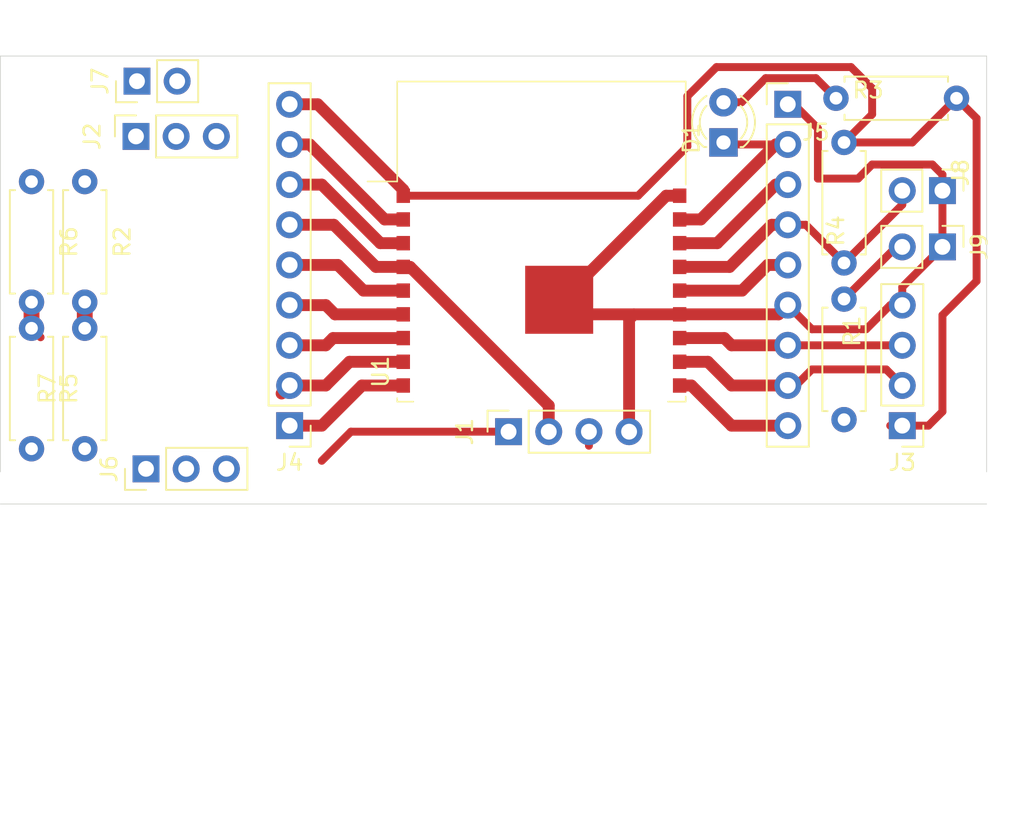
<source format=kicad_pcb>
(kicad_pcb (version 20171130) (host pcbnew "(5.1.6)-1")

  (general
    (thickness 1.6)
    (drawings 5)
    (tracks 123)
    (zones 0)
    (modules 18)
    (nets 21)
  )

  (page A4)
  (layers
    (0 F.Cu signal)
    (31 B.Cu signal)
    (32 B.Adhes user)
    (33 F.Adhes user)
    (34 B.Paste user hide)
    (35 F.Paste user)
    (36 B.SilkS user)
    (37 F.SilkS user hide)
    (38 B.Mask user)
    (39 F.Mask user)
    (40 Dwgs.User user)
    (41 Cmts.User user)
    (42 Eco1.User user)
    (43 Eco2.User user)
    (44 Edge.Cuts user)
    (45 Margin user)
    (46 B.CrtYd user)
    (47 F.CrtYd user)
    (48 B.Fab user)
    (49 F.Fab user)
  )

  (setup
    (last_trace_width 0.5)
    (user_trace_width 0.5)
    (user_trace_width 0.75)
    (user_trace_width 1)
    (user_trace_width 1.5)
    (user_trace_width 2)
    (trace_clearance 0.2)
    (zone_clearance 0.508)
    (zone_45_only no)
    (trace_min 0.2)
    (via_size 0.8)
    (via_drill 0.4)
    (via_min_size 0.4)
    (via_min_drill 0.3)
    (uvia_size 0.3)
    (uvia_drill 0.1)
    (uvias_allowed no)
    (uvia_min_size 0.2)
    (uvia_min_drill 0.1)
    (edge_width 0.05)
    (segment_width 0.2)
    (pcb_text_width 0.3)
    (pcb_text_size 1.5 1.5)
    (mod_edge_width 0.12)
    (mod_text_size 1 1)
    (mod_text_width 0.15)
    (pad_size 1.524 1.524)
    (pad_drill 0.762)
    (pad_to_mask_clearance 0.05)
    (aux_axis_origin 0 0)
    (visible_elements 7FFFFFFF)
    (pcbplotparams
      (layerselection 0x010fc_ffffffff)
      (usegerberextensions false)
      (usegerberattributes true)
      (usegerberadvancedattributes true)
      (creategerberjobfile true)
      (excludeedgelayer true)
      (linewidth 0.100000)
      (plotframeref false)
      (viasonmask false)
      (mode 1)
      (useauxorigin false)
      (hpglpennumber 1)
      (hpglpenspeed 20)
      (hpglpendiameter 15.000000)
      (psnegative false)
      (psa4output false)
      (plotreference true)
      (plotvalue true)
      (plotinvisibletext false)
      (padsonsilk false)
      (subtractmaskfromsilk false)
      (outputformat 1)
      (mirror false)
      (drillshape 1)
      (scaleselection 1)
      (outputdirectory ""))
  )

  (net 0 "")
  (net 1 "Net-(D1-Pad2)")
  (net 2 GND)
  (net 3 +3V3)
  (net 4 "Net-(J1-Pad3)")
  (net 5 EN)
  (net 6 txd)
  (net 7 RST)
  (net 8 IO4)
  (net 9 rxd)
  (net 10 IO16)
  (net 11 +5V)
  (net 12 IO12)
  (net 13 IO15)
  (net 14 IO0)
  (net 15 IO14)
  (net 16 IO13)
  (net 17 IO2)
  (net 18 IO5)
  (net 19 TOUT)
  (net 20 "Net-(J9-Pad2)")

  (net_class Default "This is the default net class."
    (clearance 0.2)
    (trace_width 0.25)
    (via_dia 0.8)
    (via_drill 0.4)
    (uvia_dia 0.3)
    (uvia_drill 0.1)
    (add_net +3V3)
    (add_net +5V)
    (add_net EN)
    (add_net GND)
    (add_net IO0)
    (add_net IO12)
    (add_net IO13)
    (add_net IO14)
    (add_net IO15)
    (add_net IO16)
    (add_net IO2)
    (add_net IO4)
    (add_net IO5)
    (add_net "Net-(D1-Pad2)")
    (add_net "Net-(J1-Pad3)")
    (add_net "Net-(J9-Pad2)")
    (add_net RST)
    (add_net TOUT)
    (add_net rxd)
    (add_net txd)
  )

  (module Connector_PinHeader_2.54mm:PinHeader_1x02_P2.54mm_Vertical (layer F.Cu) (tedit 59FED5CC) (tstamp 603AD46E)
    (at 160.528 92.583 270)
    (descr "Through hole straight pin header, 1x02, 2.54mm pitch, single row")
    (tags "Through hole pin header THT 1x02 2.54mm single row")
    (path /603AEBF6)
    (fp_text reference J9 (at 0 -2.33 90) (layer F.SilkS)
      (effects (font (size 1 1) (thickness 0.15)))
    )
    (fp_text value PRG (at 0.127 -3.556) (layer F.Fab)
      (effects (font (size 1 1) (thickness 0.15)))
    )
    (fp_text user %R (at 0 1.27) (layer F.Fab)
      (effects (font (size 1 1) (thickness 0.15)))
    )
    (fp_line (start -0.635 -1.27) (end 1.27 -1.27) (layer F.Fab) (width 0.1))
    (fp_line (start 1.27 -1.27) (end 1.27 3.81) (layer F.Fab) (width 0.1))
    (fp_line (start 1.27 3.81) (end -1.27 3.81) (layer F.Fab) (width 0.1))
    (fp_line (start -1.27 3.81) (end -1.27 -0.635) (layer F.Fab) (width 0.1))
    (fp_line (start -1.27 -0.635) (end -0.635 -1.27) (layer F.Fab) (width 0.1))
    (fp_line (start -1.33 3.87) (end 1.33 3.87) (layer F.SilkS) (width 0.12))
    (fp_line (start -1.33 1.27) (end -1.33 3.87) (layer F.SilkS) (width 0.12))
    (fp_line (start 1.33 1.27) (end 1.33 3.87) (layer F.SilkS) (width 0.12))
    (fp_line (start -1.33 1.27) (end 1.33 1.27) (layer F.SilkS) (width 0.12))
    (fp_line (start -1.33 0) (end -1.33 -1.33) (layer F.SilkS) (width 0.12))
    (fp_line (start -1.33 -1.33) (end 0 -1.33) (layer F.SilkS) (width 0.12))
    (fp_line (start -1.8 -1.8) (end -1.8 4.35) (layer F.CrtYd) (width 0.05))
    (fp_line (start -1.8 4.35) (end 1.8 4.35) (layer F.CrtYd) (width 0.05))
    (fp_line (start 1.8 4.35) (end 1.8 -1.8) (layer F.CrtYd) (width 0.05))
    (fp_line (start 1.8 -1.8) (end -1.8 -1.8) (layer F.CrtYd) (width 0.05))
    (pad 2 thru_hole oval (at 0 2.54 270) (size 1.7 1.7) (drill 1) (layers *.Cu *.Mask)
      (net 20 "Net-(J9-Pad2)"))
    (pad 1 thru_hole rect (at 0 0 270) (size 1.7 1.7) (drill 1) (layers *.Cu *.Mask)
      (net 2 GND))
    (model ${KISYS3DMOD}/Connector_PinHeader_2.54mm.3dshapes/PinHeader_1x02_P2.54mm_Vertical.wrl
      (at (xyz 0 0 0))
      (scale (xyz 1 1 1))
      (rotate (xyz 0 0 0))
    )
  )

  (module Connector_PinHeader_2.54mm:PinHeader_1x02_P2.54mm_Vertical (layer F.Cu) (tedit 59FED5CC) (tstamp 603AD458)
    (at 160.528 89.027 270)
    (descr "Through hole straight pin header, 1x02, 2.54mm pitch, single row")
    (tags "Through hole pin header THT 1x02 2.54mm single row")
    (path /603ADA70)
    (fp_text reference J8 (at -1.143 -1.143 90) (layer F.SilkS)
      (effects (font (size 1 1) (thickness 0.15)))
    )
    (fp_text value RST (at 0.508 -3.429) (layer F.Fab)
      (effects (font (size 1 1) (thickness 0.15)))
    )
    (fp_text user %R (at 0 1.27) (layer F.Fab)
      (effects (font (size 1 1) (thickness 0.15)))
    )
    (fp_line (start -0.635 -1.27) (end 1.27 -1.27) (layer F.Fab) (width 0.1))
    (fp_line (start 1.27 -1.27) (end 1.27 3.81) (layer F.Fab) (width 0.1))
    (fp_line (start 1.27 3.81) (end -1.27 3.81) (layer F.Fab) (width 0.1))
    (fp_line (start -1.27 3.81) (end -1.27 -0.635) (layer F.Fab) (width 0.1))
    (fp_line (start -1.27 -0.635) (end -0.635 -1.27) (layer F.Fab) (width 0.1))
    (fp_line (start -1.33 3.87) (end 1.33 3.87) (layer F.SilkS) (width 0.12))
    (fp_line (start -1.33 1.27) (end -1.33 3.87) (layer F.SilkS) (width 0.12))
    (fp_line (start 1.33 1.27) (end 1.33 3.87) (layer F.SilkS) (width 0.12))
    (fp_line (start -1.33 1.27) (end 1.33 1.27) (layer F.SilkS) (width 0.12))
    (fp_line (start -1.33 0) (end -1.33 -1.33) (layer F.SilkS) (width 0.12))
    (fp_line (start -1.33 -1.33) (end 0 -1.33) (layer F.SilkS) (width 0.12))
    (fp_line (start -1.8 -1.8) (end -1.8 4.35) (layer F.CrtYd) (width 0.05))
    (fp_line (start -1.8 4.35) (end 1.8 4.35) (layer F.CrtYd) (width 0.05))
    (fp_line (start 1.8 4.35) (end 1.8 -1.8) (layer F.CrtYd) (width 0.05))
    (fp_line (start 1.8 -1.8) (end -1.8 -1.8) (layer F.CrtYd) (width 0.05))
    (pad 2 thru_hole oval (at 0 2.54 270) (size 1.7 1.7) (drill 1) (layers *.Cu *.Mask)
      (net 7 RST))
    (pad 1 thru_hole rect (at 0 0 270) (size 1.7 1.7) (drill 1) (layers *.Cu *.Mask)
      (net 2 GND))
    (model ${KISYS3DMOD}/Connector_PinHeader_2.54mm.3dshapes/PinHeader_1x02_P2.54mm_Vertical.wrl
      (at (xyz 0 0 0))
      (scale (xyz 1 1 1))
      (rotate (xyz 0 0 0))
    )
  )

  (module LED_THT:LED_D3.0mm (layer F.Cu) (tedit 587A3A7B) (tstamp 60392FD9)
    (at 146.685 85.979 90)
    (descr "LED, diameter 3.0mm, 2 pins")
    (tags "LED diameter 3.0mm 2 pins")
    (path /603923D3)
    (fp_text reference D1 (at 0.254 -2.032 90) (layer F.SilkS)
      (effects (font (size 1 1) (thickness 0.15)))
    )
    (fp_text value LED (at 1.778 -3.302 90) (layer F.Fab)
      (effects (font (size 1 1) (thickness 0.15)))
    )
    (fp_line (start 3.7 -2.25) (end -1.15 -2.25) (layer F.CrtYd) (width 0.05))
    (fp_line (start 3.7 2.25) (end 3.7 -2.25) (layer F.CrtYd) (width 0.05))
    (fp_line (start -1.15 2.25) (end 3.7 2.25) (layer F.CrtYd) (width 0.05))
    (fp_line (start -1.15 -2.25) (end -1.15 2.25) (layer F.CrtYd) (width 0.05))
    (fp_line (start -0.29 1.08) (end -0.29 1.236) (layer F.SilkS) (width 0.12))
    (fp_line (start -0.29 -1.236) (end -0.29 -1.08) (layer F.SilkS) (width 0.12))
    (fp_line (start -0.23 -1.16619) (end -0.23 1.16619) (layer F.Fab) (width 0.1))
    (fp_circle (center 1.27 0) (end 2.77 0) (layer F.Fab) (width 0.1))
    (fp_arc (start 1.27 0) (end 0.229039 1.08) (angle -87.9) (layer F.SilkS) (width 0.12))
    (fp_arc (start 1.27 0) (end 0.229039 -1.08) (angle 87.9) (layer F.SilkS) (width 0.12))
    (fp_arc (start 1.27 0) (end -0.29 1.235516) (angle -108.8) (layer F.SilkS) (width 0.12))
    (fp_arc (start 1.27 0) (end -0.29 -1.235516) (angle 108.8) (layer F.SilkS) (width 0.12))
    (fp_arc (start 1.27 0) (end -0.23 -1.16619) (angle 284.3) (layer F.Fab) (width 0.1))
    (pad 2 thru_hole circle (at 2.54 0 90) (size 1.8 1.8) (drill 0.9) (layers *.Cu *.Mask)
      (net 1 "Net-(D1-Pad2)"))
    (pad 1 thru_hole rect (at 0 0 90) (size 1.8 1.8) (drill 0.9) (layers *.Cu *.Mask)
      (net 10 IO16))
    (model ${KISYS3DMOD}/LED_THT.3dshapes/LED_D3.0mm.wrl
      (at (xyz 0 0 0))
      (scale (xyz 1 1 1))
      (rotate (xyz 0 0 0))
    )
  )

  (module Resistor_THT:R_Axial_DIN0207_L6.3mm_D2.5mm_P7.62mm_Horizontal (layer F.Cu) (tedit 5AE5139B) (tstamp 603A05C7)
    (at 106.299 105.3465 90)
    (descr "Resistor, Axial_DIN0207 series, Axial, Horizontal, pin pitch=7.62mm, 0.25W = 1/4W, length*diameter=6.3*2.5mm^2, http://cdn-reichelt.de/documents/datenblatt/B400/1_4W%23YAG.pdf")
    (tags "Resistor Axial_DIN0207 series Axial Horizontal pin pitch 7.62mm 0.25W = 1/4W length 6.3mm diameter 2.5mm")
    (path /603D8D27)
    (fp_text reference R7 (at 3.81 -2.37 90) (layer F.SilkS)
      (effects (font (size 1 1) (thickness 0.15)))
    )
    (fp_text value 10K (at 5.588 0.762 90) (layer F.Fab)
      (effects (font (size 1 1) (thickness 0.15)))
    )
    (fp_line (start 8.67 -1.5) (end -1.05 -1.5) (layer F.CrtYd) (width 0.05))
    (fp_line (start 8.67 1.5) (end 8.67 -1.5) (layer F.CrtYd) (width 0.05))
    (fp_line (start -1.05 1.5) (end 8.67 1.5) (layer F.CrtYd) (width 0.05))
    (fp_line (start -1.05 -1.5) (end -1.05 1.5) (layer F.CrtYd) (width 0.05))
    (fp_line (start 7.08 1.37) (end 7.08 1.04) (layer F.SilkS) (width 0.12))
    (fp_line (start 0.54 1.37) (end 7.08 1.37) (layer F.SilkS) (width 0.12))
    (fp_line (start 0.54 1.04) (end 0.54 1.37) (layer F.SilkS) (width 0.12))
    (fp_line (start 7.08 -1.37) (end 7.08 -1.04) (layer F.SilkS) (width 0.12))
    (fp_line (start 0.54 -1.37) (end 7.08 -1.37) (layer F.SilkS) (width 0.12))
    (fp_line (start 0.54 -1.04) (end 0.54 -1.37) (layer F.SilkS) (width 0.12))
    (fp_line (start 7.62 0) (end 6.96 0) (layer F.Fab) (width 0.1))
    (fp_line (start 0 0) (end 0.66 0) (layer F.Fab) (width 0.1))
    (fp_line (start 6.96 -1.25) (end 0.66 -1.25) (layer F.Fab) (width 0.1))
    (fp_line (start 6.96 1.25) (end 6.96 -1.25) (layer F.Fab) (width 0.1))
    (fp_line (start 0.66 1.25) (end 6.96 1.25) (layer F.Fab) (width 0.1))
    (fp_line (start 0.66 -1.25) (end 0.66 1.25) (layer F.Fab) (width 0.1))
    (fp_text user %R (at 2.667 -0.127 90) (layer F.Fab)
      (effects (font (size 1 1) (thickness 0.15)))
    )
    (pad 2 thru_hole oval (at 7.62 0 90) (size 1.6 1.6) (drill 0.8) (layers *.Cu *.Mask)
      (net 3 +3V3))
    (pad 1 thru_hole circle (at 0 0 90) (size 1.6 1.6) (drill 0.8) (layers *.Cu *.Mask)
      (net 14 IO0))
    (model ${KISYS3DMOD}/Resistor_THT.3dshapes/R_Axial_DIN0207_L6.3mm_D2.5mm_P7.62mm_Horizontal.wrl
      (at (xyz 0 0 0))
      (scale (xyz 1 1 1))
      (rotate (xyz 0 0 0))
    )
  )

  (module Resistor_THT:R_Axial_DIN0207_L6.3mm_D2.5mm_P7.62mm_Horizontal (layer F.Cu) (tedit 5AE5139B) (tstamp 6039A3AC)
    (at 102.9335 88.4555 270)
    (descr "Resistor, Axial_DIN0207 series, Axial, Horizontal, pin pitch=7.62mm, 0.25W = 1/4W, length*diameter=6.3*2.5mm^2, http://cdn-reichelt.de/documents/datenblatt/B400/1_4W%23YAG.pdf")
    (tags "Resistor Axial_DIN0207 series Axial Horizontal pin pitch 7.62mm 0.25W = 1/4W length 6.3mm diameter 2.5mm")
    (path /603F9949)
    (fp_text reference R6 (at 3.81 -2.37 90) (layer F.SilkS)
      (effects (font (size 1 1) (thickness 0.15)))
    )
    (fp_text value 2k2 (at 2.794 0.381 90) (layer F.Fab)
      (effects (font (size 1 1) (thickness 0.15)))
    )
    (fp_line (start 8.67 -1.5) (end -1.05 -1.5) (layer F.CrtYd) (width 0.05))
    (fp_line (start 8.67 1.5) (end 8.67 -1.5) (layer F.CrtYd) (width 0.05))
    (fp_line (start -1.05 1.5) (end 8.67 1.5) (layer F.CrtYd) (width 0.05))
    (fp_line (start -1.05 -1.5) (end -1.05 1.5) (layer F.CrtYd) (width 0.05))
    (fp_line (start 7.08 1.37) (end 7.08 1.04) (layer F.SilkS) (width 0.12))
    (fp_line (start 0.54 1.37) (end 7.08 1.37) (layer F.SilkS) (width 0.12))
    (fp_line (start 0.54 1.04) (end 0.54 1.37) (layer F.SilkS) (width 0.12))
    (fp_line (start 7.08 -1.37) (end 7.08 -1.04) (layer F.SilkS) (width 0.12))
    (fp_line (start 0.54 -1.37) (end 7.08 -1.37) (layer F.SilkS) (width 0.12))
    (fp_line (start 0.54 -1.04) (end 0.54 -1.37) (layer F.SilkS) (width 0.12))
    (fp_line (start 7.62 0) (end 6.96 0) (layer F.Fab) (width 0.1))
    (fp_line (start 0 0) (end 0.66 0) (layer F.Fab) (width 0.1))
    (fp_line (start 6.96 -1.25) (end 0.66 -1.25) (layer F.Fab) (width 0.1))
    (fp_line (start 6.96 1.25) (end 6.96 -1.25) (layer F.Fab) (width 0.1))
    (fp_line (start 0.66 1.25) (end 6.96 1.25) (layer F.Fab) (width 0.1))
    (fp_line (start 0.66 -1.25) (end 0.66 1.25) (layer F.Fab) (width 0.1))
    (fp_text user %R (at 5.334 0.381 90) (layer F.Fab)
      (effects (font (size 1 1) (thickness 0.15)))
    )
    (pad 2 thru_hole oval (at 7.62 0 270) (size 1.6 1.6) (drill 0.8) (layers *.Cu *.Mask)
      (net 16 IO13))
    (pad 1 thru_hole circle (at 0 0 270) (size 1.6 1.6) (drill 0.8) (layers *.Cu *.Mask)
      (net 2 GND))
    (model ${KISYS3DMOD}/Resistor_THT.3dshapes/R_Axial_DIN0207_L6.3mm_D2.5mm_P7.62mm_Horizontal.wrl
      (at (xyz 0 0 0))
      (scale (xyz 1 1 1))
      (rotate (xyz 0 0 0))
    )
  )

  (module Resistor_THT:R_Axial_DIN0207_L6.3mm_D2.5mm_P7.62mm_Horizontal (layer F.Cu) (tedit 5AE5139B) (tstamp 60399773)
    (at 102.9335 97.7265 270)
    (descr "Resistor, Axial_DIN0207 series, Axial, Horizontal, pin pitch=7.62mm, 0.25W = 1/4W, length*diameter=6.3*2.5mm^2, http://cdn-reichelt.de/documents/datenblatt/B400/1_4W%23YAG.pdf")
    (tags "Resistor Axial_DIN0207 series Axial Horizontal pin pitch 7.62mm 0.25W = 1/4W length 6.3mm diameter 2.5mm")
    (path /603A41EB)
    (fp_text reference R5 (at 3.81 -2.37 90) (layer F.SilkS)
      (effects (font (size 1 1) (thickness 0.15)))
    )
    (fp_text value 1k2 (at 2.667 0.508 90) (layer F.Fab)
      (effects (font (size 1 1) (thickness 0.15)))
    )
    (fp_line (start 8.67 -1.5) (end -1.05 -1.5) (layer F.CrtYd) (width 0.05))
    (fp_line (start 8.67 1.5) (end 8.67 -1.5) (layer F.CrtYd) (width 0.05))
    (fp_line (start -1.05 1.5) (end 8.67 1.5) (layer F.CrtYd) (width 0.05))
    (fp_line (start -1.05 -1.5) (end -1.05 1.5) (layer F.CrtYd) (width 0.05))
    (fp_line (start 7.08 1.37) (end 7.08 1.04) (layer F.SilkS) (width 0.12))
    (fp_line (start 0.54 1.37) (end 7.08 1.37) (layer F.SilkS) (width 0.12))
    (fp_line (start 0.54 1.04) (end 0.54 1.37) (layer F.SilkS) (width 0.12))
    (fp_line (start 7.08 -1.37) (end 7.08 -1.04) (layer F.SilkS) (width 0.12))
    (fp_line (start 0.54 -1.37) (end 7.08 -1.37) (layer F.SilkS) (width 0.12))
    (fp_line (start 0.54 -1.04) (end 0.54 -1.37) (layer F.SilkS) (width 0.12))
    (fp_line (start 7.62 0) (end 6.96 0) (layer F.Fab) (width 0.1))
    (fp_line (start 0 0) (end 0.66 0) (layer F.Fab) (width 0.1))
    (fp_line (start 6.96 -1.25) (end 0.66 -1.25) (layer F.Fab) (width 0.1))
    (fp_line (start 6.96 1.25) (end 6.96 -1.25) (layer F.Fab) (width 0.1))
    (fp_line (start 0.66 1.25) (end 6.96 1.25) (layer F.Fab) (width 0.1))
    (fp_line (start 0.66 -1.25) (end 0.66 1.25) (layer F.Fab) (width 0.1))
    (fp_text user %R (at 5.588 0.508 90) (layer F.Fab)
      (effects (font (size 1 1) (thickness 0.15)))
    )
    (pad 2 thru_hole oval (at 7.62 0 270) (size 1.6 1.6) (drill 0.8) (layers *.Cu *.Mask)
      (net 4 "Net-(J1-Pad3)"))
    (pad 1 thru_hole circle (at 0 0 270) (size 1.6 1.6) (drill 0.8) (layers *.Cu *.Mask)
      (net 16 IO13))
    (model ${KISYS3DMOD}/Resistor_THT.3dshapes/R_Axial_DIN0207_L6.3mm_D2.5mm_P7.62mm_Horizontal.wrl
      (at (xyz 0 0 0))
      (scale (xyz 1 1 1))
      (rotate (xyz 0 0 0))
    )
  )

  (module Resistor_THT:R_Axial_DIN0207_L6.3mm_D2.5mm_P7.62mm_Horizontal (layer F.Cu) (tedit 5AE5139B) (tstamp 6039DBC8)
    (at 154.305 93.599 90)
    (descr "Resistor, Axial_DIN0207 series, Axial, Horizontal, pin pitch=7.62mm, 0.25W = 1/4W, length*diameter=6.3*2.5mm^2, http://cdn-reichelt.de/documents/datenblatt/B400/1_4W%23YAG.pdf")
    (tags "Resistor Axial_DIN0207 series Axial Horizontal pin pitch 7.62mm 0.25W = 1/4W length 6.3mm diameter 2.5mm")
    (path /60395716)
    (fp_text reference R4 (at 2.032 -0.508 90) (layer F.SilkS)
      (effects (font (size 1 1) (thickness 0.15)))
    )
    (fp_text value 10K (at 5.842 -0.762 90) (layer F.Fab)
      (effects (font (size 1 1) (thickness 0.15)))
    )
    (fp_line (start 8.67 -1.5) (end -1.05 -1.5) (layer F.CrtYd) (width 0.05))
    (fp_line (start 8.67 1.5) (end 8.67 -1.5) (layer F.CrtYd) (width 0.05))
    (fp_line (start -1.05 1.5) (end 8.67 1.5) (layer F.CrtYd) (width 0.05))
    (fp_line (start -1.05 -1.5) (end -1.05 1.5) (layer F.CrtYd) (width 0.05))
    (fp_line (start 7.08 1.37) (end 7.08 1.04) (layer F.SilkS) (width 0.12))
    (fp_line (start 0.54 1.37) (end 7.08 1.37) (layer F.SilkS) (width 0.12))
    (fp_line (start 0.54 1.04) (end 0.54 1.37) (layer F.SilkS) (width 0.12))
    (fp_line (start 7.08 -1.37) (end 7.08 -1.04) (layer F.SilkS) (width 0.12))
    (fp_line (start 0.54 -1.37) (end 7.08 -1.37) (layer F.SilkS) (width 0.12))
    (fp_line (start 0.54 -1.04) (end 0.54 -1.37) (layer F.SilkS) (width 0.12))
    (fp_line (start 7.62 0) (end 6.96 0) (layer F.Fab) (width 0.1))
    (fp_line (start 0 0) (end 0.66 0) (layer F.Fab) (width 0.1))
    (fp_line (start 6.96 -1.25) (end 0.66 -1.25) (layer F.Fab) (width 0.1))
    (fp_line (start 6.96 1.25) (end 6.96 -1.25) (layer F.Fab) (width 0.1))
    (fp_line (start 0.66 1.25) (end 6.96 1.25) (layer F.Fab) (width 0.1))
    (fp_line (start 0.66 -1.25) (end 0.66 1.25) (layer F.Fab) (width 0.1))
    (fp_text user %R (at 3.81 0 90) (layer F.Fab)
      (effects (font (size 1 1) (thickness 0.15)))
    )
    (pad 2 thru_hole oval (at 7.62 0 90) (size 1.6 1.6) (drill 0.8) (layers *.Cu *.Mask)
      (net 3 +3V3))
    (pad 1 thru_hole circle (at 0 0 90) (size 1.6 1.6) (drill 0.8) (layers *.Cu *.Mask)
      (net 7 RST))
    (model ${KISYS3DMOD}/Resistor_THT.3dshapes/R_Axial_DIN0207_L6.3mm_D2.5mm_P7.62mm_Horizontal.wrl
      (at (xyz 0 0 0))
      (scale (xyz 1 1 1))
      (rotate (xyz 0 0 0))
    )
  )

  (module Resistor_THT:R_Axial_DIN0207_L6.3mm_D2.5mm_P7.62mm_Horizontal (layer F.Cu) (tedit 5AE5139B) (tstamp 60393031)
    (at 153.797 83.185)
    (descr "Resistor, Axial_DIN0207 series, Axial, Horizontal, pin pitch=7.62mm, 0.25W = 1/4W, length*diameter=6.3*2.5mm^2, http://cdn-reichelt.de/documents/datenblatt/B400/1_4W%23YAG.pdf")
    (tags "Resistor Axial_DIN0207 series Axial Horizontal pin pitch 7.62mm 0.25W = 1/4W length 6.3mm diameter 2.5mm")
    (path /60393F1E)
    (fp_text reference R3 (at 2.032 -0.508) (layer F.SilkS)
      (effects (font (size 1 1) (thickness 0.15)))
    )
    (fp_text value 1K (at 5.842 0) (layer F.Fab)
      (effects (font (size 1 1) (thickness 0.15)))
    )
    (fp_line (start 8.67 -1.5) (end -1.05 -1.5) (layer F.CrtYd) (width 0.05))
    (fp_line (start 8.67 1.5) (end 8.67 -1.5) (layer F.CrtYd) (width 0.05))
    (fp_line (start -1.05 1.5) (end 8.67 1.5) (layer F.CrtYd) (width 0.05))
    (fp_line (start -1.05 -1.5) (end -1.05 1.5) (layer F.CrtYd) (width 0.05))
    (fp_line (start 7.08 1.37) (end 7.08 1.04) (layer F.SilkS) (width 0.12))
    (fp_line (start 0.54 1.37) (end 7.08 1.37) (layer F.SilkS) (width 0.12))
    (fp_line (start 0.54 1.04) (end 0.54 1.37) (layer F.SilkS) (width 0.12))
    (fp_line (start 7.08 -1.37) (end 7.08 -1.04) (layer F.SilkS) (width 0.12))
    (fp_line (start 0.54 -1.37) (end 7.08 -1.37) (layer F.SilkS) (width 0.12))
    (fp_line (start 0.54 -1.04) (end 0.54 -1.37) (layer F.SilkS) (width 0.12))
    (fp_line (start 7.62 0) (end 6.96 0) (layer F.Fab) (width 0.1))
    (fp_line (start 0 0) (end 0.66 0) (layer F.Fab) (width 0.1))
    (fp_line (start 6.96 -1.25) (end 0.66 -1.25) (layer F.Fab) (width 0.1))
    (fp_line (start 6.96 1.25) (end 6.96 -1.25) (layer F.Fab) (width 0.1))
    (fp_line (start 0.66 1.25) (end 6.96 1.25) (layer F.Fab) (width 0.1))
    (fp_line (start 0.66 -1.25) (end 0.66 1.25) (layer F.Fab) (width 0.1))
    (fp_text user %R (at 3.81 0) (layer F.Fab)
      (effects (font (size 1 1) (thickness 0.15)))
    )
    (pad 2 thru_hole oval (at 7.62 0) (size 1.6 1.6) (drill 0.8) (layers *.Cu *.Mask)
      (net 3 +3V3))
    (pad 1 thru_hole circle (at 0 0) (size 1.6 1.6) (drill 0.8) (layers *.Cu *.Mask)
      (net 1 "Net-(D1-Pad2)"))
    (model ${KISYS3DMOD}/Resistor_THT.3dshapes/R_Axial_DIN0207_L6.3mm_D2.5mm_P7.62mm_Horizontal.wrl
      (at (xyz 0 0 0))
      (scale (xyz 1 1 1))
      (rotate (xyz 0 0 0))
    )
  )

  (module Resistor_THT:R_Axial_DIN0207_L6.3mm_D2.5mm_P7.62mm_Horizontal (layer F.Cu) (tedit 5AE5139B) (tstamp 6039301A)
    (at 106.299 88.4555 270)
    (descr "Resistor, Axial_DIN0207 series, Axial, Horizontal, pin pitch=7.62mm, 0.25W = 1/4W, length*diameter=6.3*2.5mm^2, http://cdn-reichelt.de/documents/datenblatt/B400/1_4W%23YAG.pdf")
    (tags "Resistor Axial_DIN0207 series Axial Horizontal pin pitch 7.62mm 0.25W = 1/4W length 6.3mm diameter 2.5mm")
    (path /60395580)
    (fp_text reference R2 (at 3.81 -2.37 90) (layer F.SilkS)
      (effects (font (size 1 1) (thickness 0.15)))
    )
    (fp_text value 10K (at 2.413 0.127 90) (layer F.Fab)
      (effects (font (size 1 1) (thickness 0.15)))
    )
    (fp_line (start 8.67 -1.5) (end -1.05 -1.5) (layer F.CrtYd) (width 0.05))
    (fp_line (start 8.67 1.5) (end 8.67 -1.5) (layer F.CrtYd) (width 0.05))
    (fp_line (start -1.05 1.5) (end 8.67 1.5) (layer F.CrtYd) (width 0.05))
    (fp_line (start -1.05 -1.5) (end -1.05 1.5) (layer F.CrtYd) (width 0.05))
    (fp_line (start 7.08 1.37) (end 7.08 1.04) (layer F.SilkS) (width 0.12))
    (fp_line (start 0.54 1.37) (end 7.08 1.37) (layer F.SilkS) (width 0.12))
    (fp_line (start 0.54 1.04) (end 0.54 1.37) (layer F.SilkS) (width 0.12))
    (fp_line (start 7.08 -1.37) (end 7.08 -1.04) (layer F.SilkS) (width 0.12))
    (fp_line (start 0.54 -1.37) (end 7.08 -1.37) (layer F.SilkS) (width 0.12))
    (fp_line (start 0.54 -1.04) (end 0.54 -1.37) (layer F.SilkS) (width 0.12))
    (fp_line (start 7.62 0) (end 6.96 0) (layer F.Fab) (width 0.1))
    (fp_line (start 0 0) (end 0.66 0) (layer F.Fab) (width 0.1))
    (fp_line (start 6.96 -1.25) (end 0.66 -1.25) (layer F.Fab) (width 0.1))
    (fp_line (start 6.96 1.25) (end 6.96 -1.25) (layer F.Fab) (width 0.1))
    (fp_line (start 0.66 1.25) (end 6.96 1.25) (layer F.Fab) (width 0.1))
    (fp_line (start 0.66 -1.25) (end 0.66 1.25) (layer F.Fab) (width 0.1))
    (fp_text user %R (at 5.207 0.381 90) (layer F.Fab)
      (effects (font (size 1 1) (thickness 0.15)))
    )
    (pad 2 thru_hole oval (at 7.62 0 270) (size 1.6 1.6) (drill 0.8) (layers *.Cu *.Mask)
      (net 3 +3V3))
    (pad 1 thru_hole circle (at 0 0 270) (size 1.6 1.6) (drill 0.8) (layers *.Cu *.Mask)
      (net 5 EN))
    (model ${KISYS3DMOD}/Resistor_THT.3dshapes/R_Axial_DIN0207_L6.3mm_D2.5mm_P7.62mm_Horizontal.wrl
      (at (xyz 0 0 0))
      (scale (xyz 1 1 1))
      (rotate (xyz 0 0 0))
    )
  )

  (module Resistor_THT:R_Axial_DIN0207_L6.3mm_D2.5mm_P7.62mm_Horizontal (layer F.Cu) (tedit 5AE5139B) (tstamp 6039DAD2)
    (at 154.305 103.505 90)
    (descr "Resistor, Axial_DIN0207 series, Axial, Horizontal, pin pitch=7.62mm, 0.25W = 1/4W, length*diameter=6.3*2.5mm^2, http://cdn-reichelt.de/documents/datenblatt/B400/1_4W%23YAG.pdf")
    (tags "Resistor Axial_DIN0207 series Axial Horizontal pin pitch 7.62mm 0.25W = 1/4W length 6.3mm diameter 2.5mm")
    (path /60394A62)
    (fp_text reference R1 (at 5.588 0.508 90) (layer F.SilkS)
      (effects (font (size 1 1) (thickness 0.15)))
    )
    (fp_text value 1K (at 1.524 -0.254 90) (layer F.Fab)
      (effects (font (size 1 1) (thickness 0.15)))
    )
    (fp_line (start 8.67 -1.5) (end -1.05 -1.5) (layer F.CrtYd) (width 0.05))
    (fp_line (start 8.67 1.5) (end 8.67 -1.5) (layer F.CrtYd) (width 0.05))
    (fp_line (start -1.05 1.5) (end 8.67 1.5) (layer F.CrtYd) (width 0.05))
    (fp_line (start -1.05 -1.5) (end -1.05 1.5) (layer F.CrtYd) (width 0.05))
    (fp_line (start 7.08 1.37) (end 7.08 1.04) (layer F.SilkS) (width 0.12))
    (fp_line (start 0.54 1.37) (end 7.08 1.37) (layer F.SilkS) (width 0.12))
    (fp_line (start 0.54 1.04) (end 0.54 1.37) (layer F.SilkS) (width 0.12))
    (fp_line (start 7.08 -1.37) (end 7.08 -1.04) (layer F.SilkS) (width 0.12))
    (fp_line (start 0.54 -1.37) (end 7.08 -1.37) (layer F.SilkS) (width 0.12))
    (fp_line (start 0.54 -1.04) (end 0.54 -1.37) (layer F.SilkS) (width 0.12))
    (fp_line (start 7.62 0) (end 6.96 0) (layer F.Fab) (width 0.1))
    (fp_line (start 0 0) (end 0.66 0) (layer F.Fab) (width 0.1))
    (fp_line (start 6.96 -1.25) (end 0.66 -1.25) (layer F.Fab) (width 0.1))
    (fp_line (start 6.96 1.25) (end 6.96 -1.25) (layer F.Fab) (width 0.1))
    (fp_line (start 0.66 1.25) (end 6.96 1.25) (layer F.Fab) (width 0.1))
    (fp_line (start 0.66 -1.25) (end 0.66 1.25) (layer F.Fab) (width 0.1))
    (fp_text user %R (at 3.81 0 90) (layer F.Fab)
      (effects (font (size 1 1) (thickness 0.15)))
    )
    (pad 2 thru_hole oval (at 7.62 0 90) (size 1.6 1.6) (drill 0.8) (layers *.Cu *.Mask)
      (net 20 "Net-(J9-Pad2)"))
    (pad 1 thru_hole circle (at 0 0 90) (size 1.6 1.6) (drill 0.8) (layers *.Cu *.Mask)
      (net 14 IO0))
    (model ${KISYS3DMOD}/Resistor_THT.3dshapes/R_Axial_DIN0207_L6.3mm_D2.5mm_P7.62mm_Horizontal.wrl
      (at (xyz 0 0 0))
      (scale (xyz 1 1 1))
      (rotate (xyz 0 0 0))
    )
  )

  (module Connector_PinSocket_2.54mm:PinSocket_1x04_P2.54mm_Vertical (layer F.Cu) (tedit 5A19A429) (tstamp 603995F7)
    (at 133.096 104.267 90)
    (descr "Through hole straight socket strip, 1x04, 2.54mm pitch, single row (from Kicad 4.0.7), script generated")
    (tags "Through hole socket strip THT 1x04 2.54mm single row")
    (path /6039AAB5)
    (fp_text reference J1 (at 0 -2.77 90) (layer F.SilkS)
      (effects (font (size 1 1) (thickness 0.15)))
    )
    (fp_text value US (at 0 10.39 90) (layer F.Fab)
      (effects (font (size 1 1) (thickness 0.15)))
    )
    (fp_line (start -1.8 9.4) (end -1.8 -1.8) (layer F.CrtYd) (width 0.05))
    (fp_line (start 1.75 9.4) (end -1.8 9.4) (layer F.CrtYd) (width 0.05))
    (fp_line (start 1.75 -1.8) (end 1.75 9.4) (layer F.CrtYd) (width 0.05))
    (fp_line (start -1.8 -1.8) (end 1.75 -1.8) (layer F.CrtYd) (width 0.05))
    (fp_line (start 0 -1.33) (end 1.33 -1.33) (layer F.SilkS) (width 0.12))
    (fp_line (start 1.33 -1.33) (end 1.33 0) (layer F.SilkS) (width 0.12))
    (fp_line (start 1.33 1.27) (end 1.33 8.95) (layer F.SilkS) (width 0.12))
    (fp_line (start -1.33 8.95) (end 1.33 8.95) (layer F.SilkS) (width 0.12))
    (fp_line (start -1.33 1.27) (end -1.33 8.95) (layer F.SilkS) (width 0.12))
    (fp_line (start -1.33 1.27) (end 1.33 1.27) (layer F.SilkS) (width 0.12))
    (fp_line (start -1.27 8.89) (end -1.27 -1.27) (layer F.Fab) (width 0.1))
    (fp_line (start 1.27 8.89) (end -1.27 8.89) (layer F.Fab) (width 0.1))
    (fp_line (start 1.27 -0.635) (end 1.27 8.89) (layer F.Fab) (width 0.1))
    (fp_line (start 0.635 -1.27) (end 1.27 -0.635) (layer F.Fab) (width 0.1))
    (fp_line (start -1.27 -1.27) (end 0.635 -1.27) (layer F.Fab) (width 0.1))
    (fp_text user %R (at 0 3.81) (layer F.Fab)
      (effects (font (size 1 1) (thickness 0.15)))
    )
    (pad 4 thru_hole oval (at 0 7.62 90) (size 1.7 1.7) (drill 1) (layers *.Cu *.Mask)
      (net 2 GND))
    (pad 3 thru_hole oval (at 0 5.08 90) (size 1.7 1.7) (drill 1) (layers *.Cu *.Mask)
      (net 4 "Net-(J1-Pad3)"))
    (pad 2 thru_hole oval (at 0 2.54 90) (size 1.7 1.7) (drill 1) (layers *.Cu *.Mask)
      (net 12 IO12))
    (pad 1 thru_hole rect (at 0 0 90) (size 1.7 1.7) (drill 1) (layers *.Cu *.Mask)
      (net 11 +5V))
    (model ${KISYS3DMOD}/Connector_PinSocket_2.54mm.3dshapes/PinSocket_1x04_P2.54mm_Vertical.wrl
      (at (xyz 0 0 0))
      (scale (xyz 1 1 1))
      (rotate (xyz 0 0 0))
    )
  )

  (module Connector_PinHeader_2.54mm:PinHeader_1x02_P2.54mm_Vertical (layer F.Cu) (tedit 59FED5CC) (tstamp 603B0257)
    (at 109.601 82.1055 90)
    (descr "Through hole straight pin header, 1x02, 2.54mm pitch, single row")
    (tags "Through hole pin header THT 1x02 2.54mm single row")
    (path /603A2E8F)
    (fp_text reference J7 (at 0 -2.33 90) (layer F.SilkS)
      (effects (font (size 1 1) (thickness 0.15)))
    )
    (fp_text value "pwr in" (at -2.413 1.27 180) (layer F.Fab)
      (effects (font (size 1 1) (thickness 0.15)))
    )
    (fp_line (start 1.8 -1.8) (end -1.8 -1.8) (layer F.CrtYd) (width 0.05))
    (fp_line (start 1.8 4.35) (end 1.8 -1.8) (layer F.CrtYd) (width 0.05))
    (fp_line (start -1.8 4.35) (end 1.8 4.35) (layer F.CrtYd) (width 0.05))
    (fp_line (start -1.8 -1.8) (end -1.8 4.35) (layer F.CrtYd) (width 0.05))
    (fp_line (start -1.33 -1.33) (end 0 -1.33) (layer F.SilkS) (width 0.12))
    (fp_line (start -1.33 0) (end -1.33 -1.33) (layer F.SilkS) (width 0.12))
    (fp_line (start -1.33 1.27) (end 1.33 1.27) (layer F.SilkS) (width 0.12))
    (fp_line (start 1.33 1.27) (end 1.33 3.87) (layer F.SilkS) (width 0.12))
    (fp_line (start -1.33 1.27) (end -1.33 3.87) (layer F.SilkS) (width 0.12))
    (fp_line (start -1.33 3.87) (end 1.33 3.87) (layer F.SilkS) (width 0.12))
    (fp_line (start -1.27 -0.635) (end -0.635 -1.27) (layer F.Fab) (width 0.1))
    (fp_line (start -1.27 3.81) (end -1.27 -0.635) (layer F.Fab) (width 0.1))
    (fp_line (start 1.27 3.81) (end -1.27 3.81) (layer F.Fab) (width 0.1))
    (fp_line (start 1.27 -1.27) (end 1.27 3.81) (layer F.Fab) (width 0.1))
    (fp_line (start -0.635 -1.27) (end 1.27 -1.27) (layer F.Fab) (width 0.1))
    (fp_text user %R (at 0 1.27) (layer F.Fab)
      (effects (font (size 1 1) (thickness 0.15)))
    )
    (pad 2 thru_hole oval (at 0 2.54 90) (size 1.7 1.7) (drill 1) (layers *.Cu *.Mask)
      (net 2 GND))
    (pad 1 thru_hole rect (at 0 0 90) (size 1.7 1.7) (drill 1) (layers *.Cu *.Mask)
      (net 11 +5V))
    (model ${KISYS3DMOD}/Connector_PinHeader_2.54mm.3dshapes/PinHeader_1x02_P2.54mm_Vertical.wrl
      (at (xyz 0 0 0))
      (scale (xyz 1 1 1))
      (rotate (xyz 0 0 0))
    )
  )

  (module Connector_PinSocket_2.54mm:PinSocket_1x03_P2.54mm_Vertical (layer F.Cu) (tedit 5A19A429) (tstamp 603B0216)
    (at 109.5375 85.598 90)
    (descr "Through hole straight socket strip, 1x03, 2.54mm pitch, single row (from Kicad 4.0.7), script generated")
    (tags "Through hole socket strip THT 1x03 2.54mm single row")
    (path /6040B534)
    (fp_text reference J2 (at 0 -2.77 90) (layer F.SilkS)
      (effects (font (size 1 1) (thickness 0.15)))
    )
    (fp_text value 5->3 (at -2.54 3.048) (layer F.Fab)
      (effects (font (size 1 1) (thickness 0.15)))
    )
    (fp_line (start -1.8 6.85) (end -1.8 -1.8) (layer F.CrtYd) (width 0.05))
    (fp_line (start 1.75 6.85) (end -1.8 6.85) (layer F.CrtYd) (width 0.05))
    (fp_line (start 1.75 -1.8) (end 1.75 6.85) (layer F.CrtYd) (width 0.05))
    (fp_line (start -1.8 -1.8) (end 1.75 -1.8) (layer F.CrtYd) (width 0.05))
    (fp_line (start 0 -1.33) (end 1.33 -1.33) (layer F.SilkS) (width 0.12))
    (fp_line (start 1.33 -1.33) (end 1.33 0) (layer F.SilkS) (width 0.12))
    (fp_line (start 1.33 1.27) (end 1.33 6.41) (layer F.SilkS) (width 0.12))
    (fp_line (start -1.33 6.41) (end 1.33 6.41) (layer F.SilkS) (width 0.12))
    (fp_line (start -1.33 1.27) (end -1.33 6.41) (layer F.SilkS) (width 0.12))
    (fp_line (start -1.33 1.27) (end 1.33 1.27) (layer F.SilkS) (width 0.12))
    (fp_line (start -1.27 6.35) (end -1.27 -1.27) (layer F.Fab) (width 0.1))
    (fp_line (start 1.27 6.35) (end -1.27 6.35) (layer F.Fab) (width 0.1))
    (fp_line (start 1.27 -0.635) (end 1.27 6.35) (layer F.Fab) (width 0.1))
    (fp_line (start 0.635 -1.27) (end 1.27 -0.635) (layer F.Fab) (width 0.1))
    (fp_line (start -1.27 -1.27) (end 0.635 -1.27) (layer F.Fab) (width 0.1))
    (fp_text user %R (at 0 2.54) (layer F.Fab)
      (effects (font (size 1 1) (thickness 0.15)))
    )
    (pad 3 thru_hole oval (at 0 5.08 90) (size 1.7 1.7) (drill 1) (layers *.Cu *.Mask)
      (net 2 GND))
    (pad 2 thru_hole oval (at 0 2.54 90) (size 1.7 1.7) (drill 1) (layers *.Cu *.Mask)
      (net 3 +3V3))
    (pad 1 thru_hole rect (at 0 0 90) (size 1.7 1.7) (drill 1) (layers *.Cu *.Mask)
      (net 11 +5V))
    (model ${KISYS3DMOD}/Connector_PinSocket_2.54mm.3dshapes/PinSocket_1x03_P2.54mm_Vertical.wrl
      (at (xyz 0 0 0))
      (scale (xyz 1 1 1))
      (rotate (xyz 0 0 0))
    )
  )

  (module Connector_PinHeader_2.54mm:PinHeader_1x09_P2.54mm_Vertical (layer F.Cu) (tedit 59FED5CC) (tstamp 603996AC)
    (at 150.749 83.566)
    (descr "Through hole straight pin header, 1x09, 2.54mm pitch, single row")
    (tags "Through hole pin header THT 1x09 2.54mm single row")
    (path /603A4B05)
    (fp_text reference J5 (at 1.778 1.778) (layer F.SilkS)
      (effects (font (size 1 1) (thickness 0.15)))
    )
    (fp_text value Conn_01x09_Female (at -2.794 13.462 90) (layer F.Fab)
      (effects (font (size 1 1) (thickness 0.15)))
    )
    (fp_line (start 1.8 -1.8) (end -1.8 -1.8) (layer F.CrtYd) (width 0.05))
    (fp_line (start 1.8 22.1) (end 1.8 -1.8) (layer F.CrtYd) (width 0.05))
    (fp_line (start -1.8 22.1) (end 1.8 22.1) (layer F.CrtYd) (width 0.05))
    (fp_line (start -1.8 -1.8) (end -1.8 22.1) (layer F.CrtYd) (width 0.05))
    (fp_line (start -1.33 -1.33) (end 0 -1.33) (layer F.SilkS) (width 0.12))
    (fp_line (start -1.33 0) (end -1.33 -1.33) (layer F.SilkS) (width 0.12))
    (fp_line (start -1.33 1.27) (end 1.33 1.27) (layer F.SilkS) (width 0.12))
    (fp_line (start 1.33 1.27) (end 1.33 21.65) (layer F.SilkS) (width 0.12))
    (fp_line (start -1.33 1.27) (end -1.33 21.65) (layer F.SilkS) (width 0.12))
    (fp_line (start -1.33 21.65) (end 1.33 21.65) (layer F.SilkS) (width 0.12))
    (fp_line (start -1.27 -0.635) (end -0.635 -1.27) (layer F.Fab) (width 0.1))
    (fp_line (start -1.27 21.59) (end -1.27 -0.635) (layer F.Fab) (width 0.1))
    (fp_line (start 1.27 21.59) (end -1.27 21.59) (layer F.Fab) (width 0.1))
    (fp_line (start 1.27 -1.27) (end 1.27 21.59) (layer F.Fab) (width 0.1))
    (fp_line (start -0.635 -1.27) (end 1.27 -1.27) (layer F.Fab) (width 0.1))
    (fp_text user %R (at 0 10.16 90) (layer F.Fab)
      (effects (font (size 1 1) (thickness 0.15)))
    )
    (pad 9 thru_hole oval (at 0 20.32) (size 1.7 1.7) (drill 1) (layers *.Cu *.Mask)
      (net 8 IO4))
    (pad 8 thru_hole oval (at 0 17.78) (size 1.7 1.7) (drill 1) (layers *.Cu *.Mask)
      (net 9 rxd))
    (pad 7 thru_hole oval (at 0 15.24) (size 1.7 1.7) (drill 1) (layers *.Cu *.Mask)
      (net 6 txd))
    (pad 6 thru_hole oval (at 0 12.7) (size 1.7 1.7) (drill 1) (layers *.Cu *.Mask)
      (net 2 GND))
    (pad 5 thru_hole oval (at 0 10.16) (size 1.7 1.7) (drill 1) (layers *.Cu *.Mask)
      (net 18 IO5))
    (pad 4 thru_hole oval (at 0 7.62) (size 1.7 1.7) (drill 1) (layers *.Cu *.Mask)
      (net 7 RST))
    (pad 3 thru_hole oval (at 0 5.08) (size 1.7 1.7) (drill 1) (layers *.Cu *.Mask)
      (net 19 TOUT))
    (pad 2 thru_hole oval (at 0 2.54) (size 1.7 1.7) (drill 1) (layers *.Cu *.Mask)
      (net 10 IO16))
    (pad 1 thru_hole rect (at 0 0) (size 1.7 1.7) (drill 1) (layers *.Cu *.Mask)
      (net 2 GND))
    (model ${KISYS3DMOD}/Connector_PinHeader_2.54mm.3dshapes/PinHeader_1x09_P2.54mm_Vertical.wrl
      (at (xyz 0 0 0))
      (scale (xyz 1 1 1))
      (rotate (xyz 0 0 0))
    )
  )

  (module Connector_PinHeader_2.54mm:PinHeader_1x09_P2.54mm_Vertical (layer F.Cu) (tedit 59FED5CC) (tstamp 6039E765)
    (at 119.253 103.886 180)
    (descr "Through hole straight pin header, 1x09, 2.54mm pitch, single row")
    (tags "Through hole pin header THT 1x09 2.54mm single row")
    (path /603A5CFF)
    (fp_text reference J4 (at 0 -2.33) (layer F.SilkS)
      (effects (font (size 1 1) (thickness 0.15)))
    )
    (fp_text value Conn_01x09_Female (at -3.048 6.858 90) (layer F.Fab)
      (effects (font (size 1 1) (thickness 0.15)))
    )
    (fp_line (start 1.8 -1.8) (end -1.8 -1.8) (layer F.CrtYd) (width 0.05))
    (fp_line (start 1.8 22.1) (end 1.8 -1.8) (layer F.CrtYd) (width 0.05))
    (fp_line (start -1.8 22.1) (end 1.8 22.1) (layer F.CrtYd) (width 0.05))
    (fp_line (start -1.8 -1.8) (end -1.8 22.1) (layer F.CrtYd) (width 0.05))
    (fp_line (start -1.33 -1.33) (end 0 -1.33) (layer F.SilkS) (width 0.12))
    (fp_line (start -1.33 0) (end -1.33 -1.33) (layer F.SilkS) (width 0.12))
    (fp_line (start -1.33 1.27) (end 1.33 1.27) (layer F.SilkS) (width 0.12))
    (fp_line (start 1.33 1.27) (end 1.33 21.65) (layer F.SilkS) (width 0.12))
    (fp_line (start -1.33 1.27) (end -1.33 21.65) (layer F.SilkS) (width 0.12))
    (fp_line (start -1.33 21.65) (end 1.33 21.65) (layer F.SilkS) (width 0.12))
    (fp_line (start -1.27 -0.635) (end -0.635 -1.27) (layer F.Fab) (width 0.1))
    (fp_line (start -1.27 21.59) (end -1.27 -0.635) (layer F.Fab) (width 0.1))
    (fp_line (start 1.27 21.59) (end -1.27 21.59) (layer F.Fab) (width 0.1))
    (fp_line (start 1.27 -1.27) (end 1.27 21.59) (layer F.Fab) (width 0.1))
    (fp_line (start -0.635 -1.27) (end 1.27 -1.27) (layer F.Fab) (width 0.1))
    (fp_text user %R (at 0 10.16 90) (layer F.Fab)
      (effects (font (size 1 1) (thickness 0.15)))
    )
    (pad 9 thru_hole oval (at 0 20.32 180) (size 1.7 1.7) (drill 1) (layers *.Cu *.Mask)
      (net 3 +3V3))
    (pad 8 thru_hole oval (at 0 17.78 180) (size 1.7 1.7) (drill 1) (layers *.Cu *.Mask)
      (net 5 EN))
    (pad 7 thru_hole oval (at 0 15.24 180) (size 1.7 1.7) (drill 1) (layers *.Cu *.Mask)
      (net 15 IO14))
    (pad 6 thru_hole oval (at 0 12.7 180) (size 1.7 1.7) (drill 1) (layers *.Cu *.Mask)
      (net 12 IO12))
    (pad 5 thru_hole oval (at 0 10.16 180) (size 1.7 1.7) (drill 1) (layers *.Cu *.Mask)
      (net 16 IO13))
    (pad 4 thru_hole oval (at 0 7.62 180) (size 1.7 1.7) (drill 1) (layers *.Cu *.Mask)
      (net 13 IO15))
    (pad 3 thru_hole oval (at 0 5.08 180) (size 1.7 1.7) (drill 1) (layers *.Cu *.Mask)
      (net 17 IO2))
    (pad 2 thru_hole oval (at 0 2.54 180) (size 1.7 1.7) (drill 1) (layers *.Cu *.Mask)
      (net 14 IO0))
    (pad 1 thru_hole rect (at 0 0 180) (size 1.7 1.7) (drill 1) (layers *.Cu *.Mask)
      (net 2 GND))
    (model ${KISYS3DMOD}/Connector_PinHeader_2.54mm.3dshapes/PinHeader_1x09_P2.54mm_Vertical.wrl
      (at (xyz 0 0 0))
      (scale (xyz 1 1 1))
      (rotate (xyz 0 0 0))
    )
  )

  (module Connector_PinHeader_2.54mm:PinHeader_1x03_P2.54mm_Vertical (layer F.Cu) (tedit 59FED5CC) (tstamp 6039A327)
    (at 110.1725 106.6165 90)
    (descr "Through hole straight pin header, 1x03, 2.54mm pitch, single row")
    (tags "Through hole pin header THT 1x03 2.54mm single row")
    (path /603F4292)
    (fp_text reference J6 (at 0 -2.33 90) (layer F.SilkS)
      (effects (font (size 1 1) (thickness 0.15)))
    )
    (fp_text value DHT (at 0 7.41 90) (layer F.Fab)
      (effects (font (size 1 1) (thickness 0.15)))
    )
    (fp_line (start -0.635 -1.27) (end 1.27 -1.27) (layer F.Fab) (width 0.1))
    (fp_line (start 1.27 -1.27) (end 1.27 6.35) (layer F.Fab) (width 0.1))
    (fp_line (start 1.27 6.35) (end -1.27 6.35) (layer F.Fab) (width 0.1))
    (fp_line (start -1.27 6.35) (end -1.27 -0.635) (layer F.Fab) (width 0.1))
    (fp_line (start -1.27 -0.635) (end -0.635 -1.27) (layer F.Fab) (width 0.1))
    (fp_line (start -1.33 6.41) (end 1.33 6.41) (layer F.SilkS) (width 0.12))
    (fp_line (start -1.33 1.27) (end -1.33 6.41) (layer F.SilkS) (width 0.12))
    (fp_line (start 1.33 1.27) (end 1.33 6.41) (layer F.SilkS) (width 0.12))
    (fp_line (start -1.33 1.27) (end 1.33 1.27) (layer F.SilkS) (width 0.12))
    (fp_line (start -1.33 0) (end -1.33 -1.33) (layer F.SilkS) (width 0.12))
    (fp_line (start -1.33 -1.33) (end 0 -1.33) (layer F.SilkS) (width 0.12))
    (fp_line (start -1.8 -1.8) (end -1.8 6.85) (layer F.CrtYd) (width 0.05))
    (fp_line (start -1.8 6.85) (end 1.8 6.85) (layer F.CrtYd) (width 0.05))
    (fp_line (start 1.8 6.85) (end 1.8 -1.8) (layer F.CrtYd) (width 0.05))
    (fp_line (start 1.8 -1.8) (end -1.8 -1.8) (layer F.CrtYd) (width 0.05))
    (fp_text user %R (at 0 2.54) (layer F.Fab)
      (effects (font (size 1 1) (thickness 0.15)))
    )
    (pad 3 thru_hole oval (at 0 5.08 90) (size 1.7 1.7) (drill 1) (layers *.Cu *.Mask)
      (net 15 IO14))
    (pad 2 thru_hole oval (at 0 2.54 90) (size 1.7 1.7) (drill 1) (layers *.Cu *.Mask)
      (net 2 GND))
    (pad 1 thru_hole rect (at 0 0 90) (size 1.7 1.7) (drill 1) (layers *.Cu *.Mask)
      (net 3 +3V3))
    (model ${KISYS3DMOD}/Connector_PinHeader_2.54mm.3dshapes/PinHeader_1x03_P2.54mm_Vertical.wrl
      (at (xyz 0 0 0))
      (scale (xyz 1 1 1))
      (rotate (xyz 0 0 0))
    )
  )

  (module Connector_PinHeader_2.54mm:PinHeader_1x04_P2.54mm_Vertical (layer F.Cu) (tedit 59FED5CC) (tstamp 6039962C)
    (at 157.988 103.886 180)
    (descr "Through hole straight pin header, 1x04, 2.54mm pitch, single row")
    (tags "Through hole pin header THT 1x04 2.54mm single row")
    (path /6039CFEA)
    (fp_text reference J3 (at 0 -2.33) (layer F.SilkS)
      (effects (font (size 1 1) (thickness 0.15)))
    )
    (fp_text value TXRX (at -2.921 3.429 90) (layer F.Fab)
      (effects (font (size 1 1) (thickness 0.15)))
    )
    (fp_line (start -0.635 -1.27) (end 1.27 -1.27) (layer F.Fab) (width 0.1))
    (fp_line (start 1.27 -1.27) (end 1.27 8.89) (layer F.Fab) (width 0.1))
    (fp_line (start 1.27 8.89) (end -1.27 8.89) (layer F.Fab) (width 0.1))
    (fp_line (start -1.27 8.89) (end -1.27 -0.635) (layer F.Fab) (width 0.1))
    (fp_line (start -1.27 -0.635) (end -0.635 -1.27) (layer F.Fab) (width 0.1))
    (fp_line (start -1.33 8.95) (end 1.33 8.95) (layer F.SilkS) (width 0.12))
    (fp_line (start -1.33 1.27) (end -1.33 8.95) (layer F.SilkS) (width 0.12))
    (fp_line (start 1.33 1.27) (end 1.33 8.95) (layer F.SilkS) (width 0.12))
    (fp_line (start -1.33 1.27) (end 1.33 1.27) (layer F.SilkS) (width 0.12))
    (fp_line (start -1.33 0) (end -1.33 -1.33) (layer F.SilkS) (width 0.12))
    (fp_line (start -1.33 -1.33) (end 0 -1.33) (layer F.SilkS) (width 0.12))
    (fp_line (start -1.8 -1.8) (end -1.8 9.4) (layer F.CrtYd) (width 0.05))
    (fp_line (start -1.8 9.4) (end 1.8 9.4) (layer F.CrtYd) (width 0.05))
    (fp_line (start 1.8 9.4) (end 1.8 -1.8) (layer F.CrtYd) (width 0.05))
    (fp_line (start 1.8 -1.8) (end -1.8 -1.8) (layer F.CrtYd) (width 0.05))
    (fp_text user %R (at 0 3.81 90) (layer F.Fab)
      (effects (font (size 1 1) (thickness 0.15)))
    )
    (pad 4 thru_hole oval (at 0 7.62 180) (size 1.7 1.7) (drill 1) (layers *.Cu *.Mask)
      (net 2 GND))
    (pad 3 thru_hole oval (at 0 5.08 180) (size 1.7 1.7) (drill 1) (layers *.Cu *.Mask)
      (net 6 txd))
    (pad 2 thru_hole oval (at 0 2.54 180) (size 1.7 1.7) (drill 1) (layers *.Cu *.Mask)
      (net 9 rxd))
    (pad 1 thru_hole rect (at 0 0 180) (size 1.7 1.7) (drill 1) (layers *.Cu *.Mask)
      (net 3 +3V3))
    (model ${KISYS3DMOD}/Connector_PinHeader_2.54mm.3dshapes/PinHeader_1x04_P2.54mm_Vertical.wrl
      (at (xyz 0 0 0))
      (scale (xyz 1 1 1))
      (rotate (xyz 0 0 0))
    )
  )

  (module RF_Module:ESP-WROOM-02 (layer F.Cu) (tedit 5B5B45D7) (tstamp 603930E4)
    (at 135.175 95.348)
    (descr http://espressif.com/sites/default/files/documentation/0c-esp-wroom-02_datasheet_en.pdf)
    (tags "ESP WROOM-02 espressif esp8266ex")
    (path /6038CA6D)
    (attr smd)
    (fp_text reference U1 (at -10.17 5.13 90) (layer F.SilkS)
      (effects (font (size 1 1) (thickness 0.15)))
    )
    (fp_text value ESP-WROOM-02 (at 0.588 -5.686) (layer F.Fab)
      (effects (font (size 1 1) (thickness 0.15)))
    )
    (fp_line (start -14 -6.8) (end -14 -18.1) (layer Dwgs.User) (width 0.1))
    (fp_line (start 9 6.9) (end 9 -13.1) (layer F.Fab) (width 0.1))
    (fp_line (start -9 6.9) (end 9 6.9) (layer F.Fab) (width 0.1))
    (fp_line (start -9 -13.1) (end -9 -7.5) (layer F.Fab) (width 0.1))
    (fp_line (start -9 -13.1) (end 9 -13.1) (layer F.Fab) (width 0.1))
    (fp_line (start -9.41 7.15) (end -9.41 -6.55) (layer F.CrtYd) (width 0.05))
    (fp_line (start -9.41 7.15) (end 9.41 7.15) (layer F.CrtYd) (width 0.05))
    (fp_line (start 9.41 -6.55) (end 9.41 7.15) (layer F.CrtYd) (width 0.05))
    (fp_line (start -14.25 -18.35) (end 14.25 -18.35) (layer F.CrtYd) (width 0.05))
    (fp_line (start -9 -6.5) (end -9 6.9) (layer F.Fab) (width 0.1))
    (fp_line (start -9 -7.5) (end -8.5 -7) (layer F.Fab) (width 0.1))
    (fp_line (start -8.5 -7) (end -9 -6.5) (layer F.Fab) (width 0.1))
    (fp_line (start -9 -6.8) (end -9 -13.1) (layer Dwgs.User) (width 0.1))
    (fp_line (start 14 -6.8) (end -14 -6.8) (layer Dwgs.User) (width 0.1))
    (fp_line (start 9 -13.1) (end 9 -6.78) (layer Dwgs.User) (width 0.1))
    (fp_line (start -9 -13.1) (end 9 -13.1) (layer Dwgs.User) (width 0.1))
    (fp_line (start 14 -6.8) (end 14 -18.1) (layer Dwgs.User) (width 0.1))
    (fp_line (start 14 -18.1) (end -14 -18.1) (layer Dwgs.User) (width 0.1))
    (fp_line (start -14.25 -18.35) (end -14.25 -6.55) (layer F.CrtYd) (width 0.05))
    (fp_line (start 14.25 -18.35) (end 14.25 -6.55) (layer F.CrtYd) (width 0.05))
    (fp_line (start -14.25 -6.55) (end -9.41 -6.55) (layer F.CrtYd) (width 0.05))
    (fp_line (start 9.41 -6.55) (end 14.25 -6.55) (layer F.CrtYd) (width 0.05))
    (fp_line (start -12 -18.1) (end -14 -16.485) (layer Dwgs.User) (width 0.1))
    (fp_line (start -10 -18.1) (end -14 -14.87) (layer Dwgs.User) (width 0.1))
    (fp_line (start -8 -18.1) (end -14 -13.255) (layer Dwgs.User) (width 0.1))
    (fp_line (start -6 -18.1) (end -14 -11.64) (layer Dwgs.User) (width 0.1))
    (fp_line (start -4 -18.1) (end -14 -10.025) (layer Dwgs.User) (width 0.1))
    (fp_line (start -2 -18.1) (end -14 -8.41) (layer Dwgs.User) (width 0.1))
    (fp_line (start 0 -18.1) (end -14 -6.795) (layer Dwgs.User) (width 0.1))
    (fp_line (start 2 -18.1) (end -12 -6.795) (layer Dwgs.User) (width 0.1))
    (fp_line (start 4 -18.1) (end -10 -6.795) (layer Dwgs.User) (width 0.1))
    (fp_line (start -8 -6.795) (end 6 -18.1) (layer Dwgs.User) (width 0.1))
    (fp_line (start 8 -18.1) (end -6 -6.795) (layer Dwgs.User) (width 0.1))
    (fp_line (start 10 -18.1) (end -4 -6.795) (layer Dwgs.User) (width 0.1))
    (fp_line (start 12 -18.1) (end -2 -6.795) (layer Dwgs.User) (width 0.1))
    (fp_line (start 14 -18.1) (end 0 -6.795) (layer Dwgs.User) (width 0.1))
    (fp_line (start 14 -16.485) (end 2 -6.795) (layer Dwgs.User) (width 0.1))
    (fp_line (start 14 -14.87) (end 4 -6.795) (layer Dwgs.User) (width 0.1))
    (fp_line (start 14 -13.255) (end 6 -6.795) (layer Dwgs.User) (width 0.1))
    (fp_line (start 14 -11.64) (end 8 -6.795) (layer Dwgs.User) (width 0.1))
    (fp_line (start 14 -10.025) (end 10 -6.795) (layer Dwgs.User) (width 0.1))
    (fp_line (start 14 -8.41) (end 12 -6.795) (layer Dwgs.User) (width 0.1))
    (fp_line (start 9.2 -10.7) (end 13.8 -10.7) (layer Cmts.User) (width 0.1))
    (fp_line (start 13.8 -10.7) (end 13.6 -10.9) (layer Cmts.User) (width 0.1))
    (fp_line (start 13.8 -10.7) (end 13.6 -10.5) (layer Cmts.User) (width 0.1))
    (fp_line (start 9.2 -10.7) (end 9.4 -10.9) (layer Cmts.User) (width 0.1))
    (fp_line (start 9.2 -10.7) (end 9.4 -10.5) (layer Cmts.User) (width 0.1))
    (fp_line (start -13.8 -10.7) (end -13.6 -10.9) (layer Cmts.User) (width 0.1))
    (fp_line (start -13.8 -10.7) (end -13.6 -10.5) (layer Cmts.User) (width 0.1))
    (fp_line (start -9.2 -10.7) (end -9.4 -10.5) (layer Cmts.User) (width 0.1))
    (fp_line (start -13.8 -10.7) (end -9.2 -10.7) (layer Cmts.User) (width 0.1))
    (fp_line (start -9.2 -10.7) (end -9.4 -10.9) (layer Cmts.User) (width 0.1))
    (fp_line (start 8.3 -13.3) (end 8.1 -13.5) (layer Cmts.User) (width 0.1))
    (fp_line (start 8.3 -13.3) (end 8.5 -13.5) (layer Cmts.User) (width 0.1))
    (fp_line (start 8.3 -17.9) (end 8.5 -17.7) (layer Cmts.User) (width 0.1))
    (fp_line (start 8.3 -13.3) (end 8.3 -17.9) (layer Cmts.User) (width 0.1))
    (fp_line (start 8.3 -17.9) (end 8.1 -17.7) (layer Cmts.User) (width 0.1))
    (fp_line (start -9.12 6.8) (end -9.12 7.02) (layer F.SilkS) (width 0.1))
    (fp_line (start -9.12 7.02) (end -8.1 7.02) (layer F.SilkS) (width 0.1))
    (fp_line (start 9.12 6.7) (end 9.12 7) (layer F.SilkS) (width 0.1))
    (fp_line (start 8 7.02) (end 9.12 7.02) (layer F.SilkS) (width 0.1))
    (fp_line (start -9.12 -13.22) (end 9.12 -13.22) (layer F.SilkS) (width 0.1))
    (fp_line (start 9.12 -13.22) (end 9.12 -6.7) (layer F.SilkS) (width 0.1))
    (fp_line (start -9.12 -13.22) (end -9.12 -6.9) (layer F.SilkS) (width 0.1))
    (fp_line (start -9.12 -6.9) (end -11 -6.9) (layer F.SilkS) (width 0.1))
    (fp_text user %R (at 0 0) (layer F.Fab)
      (effects (font (size 1 1) (thickness 0.15)))
    )
    (fp_text user "KEEP-OUT ZONE" (at 0 -16) (layer Cmts.User)
      (effects (font (size 1 1) (thickness 0.15)))
    )
    (fp_text user Antenna (at 0 -10) (layer Cmts.User)
      (effects (font (size 1 1) (thickness 0.15)))
    )
    (fp_text user "5 mm" (at 11.8 -11.2) (layer Cmts.User)
      (effects (font (size 0.5 0.5) (thickness 0.1)))
    )
    (fp_text user "5 mm" (at -11.2 -11.2) (layer Cmts.User)
      (effects (font (size 0.5 0.5) (thickness 0.1)))
    )
    (fp_text user "5 mm" (at 7.8 -15.9 90) (layer Cmts.User)
      (effects (font (size 0.5 0.5) (thickness 0.1)))
    )
    (pad 19 smd rect (at 1.12 0.58) (size 4.3 4.3) (layers F.Cu F.Paste F.Mask)
      (net 2 GND))
    (pad 1 smd rect (at -8.7375 -6) (size 0.85 0.9125) (layers F.Cu F.Paste F.Mask)
      (net 3 +3V3))
    (pad 2 smd rect (at -8.7375 -4.5) (size 0.85 0.9125) (layers F.Cu F.Paste F.Mask)
      (net 5 EN))
    (pad 3 smd rect (at -8.7375 -3) (size 0.85 0.9125) (layers F.Cu F.Paste F.Mask)
      (net 15 IO14))
    (pad 4 smd rect (at -8.7375 -1.5) (size 0.85 0.9125) (layers F.Cu F.Paste F.Mask)
      (net 12 IO12))
    (pad 5 smd rect (at -8.7375 0) (size 0.85 0.9125) (layers F.Cu F.Paste F.Mask)
      (net 16 IO13))
    (pad 6 smd rect (at -8.7375 1.5) (size 0.85 0.9125) (layers F.Cu F.Paste F.Mask)
      (net 13 IO15))
    (pad 7 smd rect (at -8.7375 3) (size 0.85 0.9125) (layers F.Cu F.Paste F.Mask)
      (net 17 IO2))
    (pad 8 smd rect (at -8.7375 4.5) (size 0.85 0.9125) (layers F.Cu F.Paste F.Mask)
      (net 14 IO0))
    (pad 9 smd rect (at -8.7375 6) (size 0.85 0.9125) (layers F.Cu F.Paste F.Mask)
      (net 2 GND))
    (pad 10 smd rect (at 8.7375 6) (size 0.85 0.9125) (layers F.Cu F.Paste F.Mask)
      (net 8 IO4))
    (pad 11 smd rect (at 8.7375 4.5) (size 0.85 0.9125) (layers F.Cu F.Paste F.Mask)
      (net 9 rxd))
    (pad 12 smd rect (at 8.7375 3) (size 0.85 0.9125) (layers F.Cu F.Paste F.Mask)
      (net 6 txd))
    (pad 13 smd rect (at 8.7375 1.5) (size 0.85 0.9125) (layers F.Cu F.Paste F.Mask)
      (net 2 GND))
    (pad 14 smd rect (at 8.7375 0) (size 0.85 0.9125) (layers F.Cu F.Paste F.Mask)
      (net 18 IO5))
    (pad 15 smd rect (at 8.7375 -1.5) (size 0.85 0.9125) (layers F.Cu F.Paste F.Mask)
      (net 7 RST))
    (pad 16 smd rect (at 8.7375 -3) (size 0.85 0.9125) (layers F.Cu F.Paste F.Mask)
      (net 19 TOUT))
    (pad 17 smd rect (at 8.7375 -4.5) (size 0.85 0.9125) (layers F.Cu F.Paste F.Mask)
      (net 10 IO16))
    (pad 18 smd rect (at 8.7375 -6) (size 0.85 0.9125) (layers F.Cu F.Paste F.Mask)
      (net 2 GND))
    (model ${KISYS3DMOD}/RF_Module.3dshapes/ESP-WROOM-02.wrl
      (at (xyz 0 0 0))
      (scale (xyz 1 1 1))
      (rotate (xyz 0 0 0))
    )
  )

  (gr_line (start 100.965 80.518) (end 100.965 106.807) (layer Edge.Cuts) (width 0.05) (tstamp 603B01FE))
  (gr_line (start 163.322 80.518) (end 100.965 80.518) (layer Edge.Cuts) (width 0.05) (tstamp 603B01FB))
  (gr_line (start 163.322 106.807) (end 163.322 80.518) (layer Edge.Cuts) (width 0.05))
  (gr_line (start 100.965 108.839) (end 163.322 108.839) (layer Edge.Cuts) (width 0.05))
  (gr_poly (pts (xy 162.052 129.921) (xy 112.776 129.921) (xy 112.776 109.855) (xy 162.052 109.855)) (layer Dwgs.User) (width 0.1))

  (segment (start 146.685 83.439) (end 147.828 83.439) (width 0.5) (layer F.Cu) (net 1))
  (segment (start 147.828 83.439) (end 149.352 81.915) (width 0.5) (layer F.Cu) (net 1))
  (segment (start 152.527 81.915) (end 153.797 83.185) (width 0.5) (layer F.Cu) (net 1))
  (segment (start 149.352 81.915) (end 152.527 81.915) (width 0.5) (layer F.Cu) (net 1))
  (segment (start 126.4375 101.348) (end 123.823 101.348) (width 0.75) (layer F.Cu) (net 2))
  (segment (start 123.823 101.348) (end 121.285 103.886) (width 0.75) (layer F.Cu) (net 2))
  (segment (start 121.285 103.886) (end 119.253 103.886) (width 0.75) (layer F.Cu) (net 2))
  (segment (start 150.167 96.848) (end 150.749 96.266) (width 0.75) (layer F.Cu) (net 2))
  (segment (start 143.9125 96.848) (end 150.167 96.848) (width 0.75) (layer F.Cu) (net 2))
  (segment (start 160.528 89.027) (end 160.528 92.583) (width 0.5) (layer F.Cu) (net 2))
  (segment (start 157.988 95.123) (end 160.528 92.583) (width 0.5) (layer F.Cu) (net 2))
  (segment (start 157.988 96.266) (end 157.988 95.123) (width 0.5) (layer F.Cu) (net 2))
  (segment (start 150.749 96.266) (end 152.273 97.79) (width 0.5) (layer F.Cu) (net 2))
  (segment (start 152.273 97.79) (end 155.702 97.79) (width 0.5) (layer F.Cu) (net 2))
  (segment (start 157.226 96.266) (end 157.988 96.266) (width 0.5) (layer F.Cu) (net 2))
  (segment (start 155.702 97.79) (end 157.226 96.266) (width 0.5) (layer F.Cu) (net 2))
  (segment (start 150.749 83.566) (end 151.13 83.566) (width 0.5) (layer F.Cu) (net 2))
  (segment (start 151.13 83.566) (end 152.654 85.09) (width 0.5) (layer F.Cu) (net 2))
  (segment (start 152.654 85.09) (end 152.654 88.265) (width 0.5) (layer F.Cu) (net 2))
  (segment (start 152.654 88.265) (end 155.194 88.265) (width 0.5) (layer F.Cu) (net 2))
  (segment (start 155.194 88.265) (end 156.083 87.376) (width 0.5) (layer F.Cu) (net 2))
  (segment (start 156.083 87.376) (end 159.893 87.376) (width 0.5) (layer F.Cu) (net 2))
  (segment (start 160.528 88.011) (end 160.528 89.027) (width 0.5) (layer F.Cu) (net 2))
  (segment (start 159.893 87.376) (end 160.528 88.011) (width 0.5) (layer F.Cu) (net 2))
  (segment (start 137.215 96.848) (end 136.295 95.928) (width 0.75) (layer F.Cu) (net 2))
  (segment (start 140.716 97.155) (end 141.023 96.848) (width 0.75) (layer F.Cu) (net 2))
  (segment (start 140.716 104.267) (end 140.716 97.155) (width 0.75) (layer F.Cu) (net 2))
  (segment (start 143.9125 96.848) (end 141.023 96.848) (width 0.75) (layer F.Cu) (net 2))
  (segment (start 141.023 96.848) (end 137.215 96.848) (width 0.75) (layer F.Cu) (net 2))
  (segment (start 143.9125 89.348) (end 143.062 89.348) (width 0.75) (layer F.Cu) (net 2))
  (segment (start 136.482 95.928) (end 136.295 95.928) (width 0.75) (layer F.Cu) (net 2))
  (segment (start 143.062 89.348) (end 136.482 95.928) (width 0.75) (layer F.Cu) (net 2))
  (segment (start 102.8065 88.3285) (end 102.9335 88.4555) (width 0.5) (layer F.Cu) (net 2))
  (segment (start 103.3145 88.0745) (end 102.9335 88.4555) (width 0.5) (layer F.Cu) (net 2))
  (segment (start 126.4375 89.348) (end 126.4375 88.9725) (width 0.75) (layer F.Cu) (net 3))
  (segment (start 121.031 83.566) (end 119.253 83.566) (width 0.75) (layer F.Cu) (net 3))
  (segment (start 126.4375 88.9725) (end 121.031 83.566) (width 0.75) (layer F.Cu) (net 3))
  (segment (start 158.623 85.979) (end 161.417 83.185) (width 0.5) (layer F.Cu) (net 3))
  (segment (start 154.305 85.979) (end 158.623 85.979) (width 0.5) (layer F.Cu) (net 3))
  (segment (start 161.417 83.185) (end 162.687 84.455) (width 0.5) (layer F.Cu) (net 3))
  (segment (start 162.687 84.455) (end 162.687 94.742) (width 0.5) (layer F.Cu) (net 3))
  (segment (start 162.687 94.742) (end 160.528 96.901) (width 0.5) (layer F.Cu) (net 3))
  (segment (start 160.528 96.901) (end 160.528 102.997) (width 0.5) (layer F.Cu) (net 3))
  (segment (start 159.639 103.886) (end 157.988 103.886) (width 0.5) (layer F.Cu) (net 3))
  (segment (start 160.528 102.997) (end 159.639 103.886) (width 0.5) (layer F.Cu) (net 3))
  (segment (start 157.988 103.886) (end 157.226 103.886) (width 0.5) (layer F.Cu) (net 3))
  (segment (start 106.299 96.0755) (end 106.299 97.7265) (width 1) (layer F.Cu) (net 3))
  (segment (start 156.083 84.201) (end 154.305 85.979) (width 0.5) (layer F.Cu) (net 3))
  (segment (start 156.083 82.55) (end 156.083 84.201) (width 0.5) (layer F.Cu) (net 3))
  (segment (start 154.74799 81.21499) (end 156.083 82.55) (width 0.5) (layer F.Cu) (net 3))
  (segment (start 141.284 89.348) (end 144.399 86.233) (width 0.5) (layer F.Cu) (net 3))
  (segment (start 126.4375 89.348) (end 141.284 89.348) (width 0.5) (layer F.Cu) (net 3))
  (segment (start 144.399 86.233) (end 144.399 83.058) (width 0.5) (layer F.Cu) (net 3))
  (segment (start 144.399 83.058) (end 146.24201 81.21499) (width 0.5) (layer F.Cu) (net 3))
  (segment (start 146.24201 81.21499) (end 154.74799 81.21499) (width 0.5) (layer F.Cu) (net 3))
  (segment (start 138.176 104.267) (end 138.176 105.029) (width 0.25) (layer F.Cu) (net 4))
  (segment (start 138.176 104.267) (end 138.176 105.156) (width 0.5) (layer F.Cu) (net 4))
  (segment (start 125.2625 90.848) (end 124.333 89.9185) (width 0.75) (layer F.Cu) (net 5))
  (segment (start 126.4375 90.848) (end 125.2625 90.848) (width 0.75) (layer F.Cu) (net 5))
  (segment (start 124.333 89.9185) (end 124.333 89.916) (width 0.75) (layer F.Cu) (net 5))
  (segment (start 120.523 86.106) (end 119.253 86.106) (width 0.75) (layer F.Cu) (net 5))
  (segment (start 124.333 89.916) (end 120.523 86.106) (width 0.75) (layer F.Cu) (net 5))
  (segment (start 143.9125 98.348) (end 146.735 98.348) (width 0.75) (layer F.Cu) (net 6))
  (segment (start 147.193 98.806) (end 150.749 98.806) (width 0.75) (layer F.Cu) (net 6))
  (segment (start 146.735 98.348) (end 147.193 98.806) (width 0.75) (layer F.Cu) (net 6))
  (segment (start 150.749 98.806) (end 157.988 98.806) (width 0.5) (layer F.Cu) (net 6))
  (segment (start 143.9125 93.848) (end 147.071 93.848) (width 0.75) (layer F.Cu) (net 7))
  (segment (start 149.733 91.186) (end 150.749 91.186) (width 0.75) (layer F.Cu) (net 7))
  (segment (start 147.071 93.848) (end 149.733 91.186) (width 0.75) (layer F.Cu) (net 7))
  (segment (start 157.988 89.916) (end 157.988 89.027) (width 0.5) (layer F.Cu) (net 7))
  (segment (start 154.305 93.599) (end 157.988 89.916) (width 0.5) (layer F.Cu) (net 7))
  (segment (start 151.892 91.186) (end 154.305 93.599) (width 0.5) (layer F.Cu) (net 7))
  (segment (start 150.749 91.186) (end 151.892 91.186) (width 0.5) (layer F.Cu) (net 7))
  (segment (start 143.9125 101.348) (end 144.655 101.348) (width 0.75) (layer F.Cu) (net 8))
  (segment (start 147.193 103.886) (end 150.749 103.886) (width 0.75) (layer F.Cu) (net 8))
  (segment (start 144.655 101.348) (end 147.193 103.886) (width 0.75) (layer F.Cu) (net 8))
  (segment (start 143.9125 99.848) (end 145.695 99.848) (width 0.75) (layer F.Cu) (net 9))
  (segment (start 147.193 101.346) (end 150.749 101.346) (width 0.75) (layer F.Cu) (net 9))
  (segment (start 145.695 99.848) (end 147.193 101.346) (width 0.75) (layer F.Cu) (net 9))
  (segment (start 150.749 101.346) (end 151.257 101.346) (width 0.5) (layer F.Cu) (net 9))
  (segment (start 151.257 101.346) (end 152.273 100.33) (width 0.5) (layer F.Cu) (net 9))
  (segment (start 156.972 100.33) (end 157.988 101.346) (width 0.5) (layer F.Cu) (net 9))
  (segment (start 152.273 100.33) (end 156.972 100.33) (width 0.5) (layer F.Cu) (net 9))
  (segment (start 102.9335 96.0755) (end 102.9335 97.7265) (width 1) (layer F.Cu) (net 16))
  (segment (start 143.9125 90.848) (end 145.245 90.848) (width 0.75) (layer F.Cu) (net 10))
  (segment (start 149.987 86.106) (end 150.749 86.106) (width 0.75) (layer F.Cu) (net 10))
  (segment (start 145.245 90.848) (end 145.923 90.17) (width 0.75) (layer F.Cu) (net 10))
  (segment (start 145.923 90.17) (end 149.987 86.106) (width 0.75) (layer F.Cu) (net 10))
  (segment (start 146.812 86.106) (end 146.685 85.979) (width 0.5) (layer F.Cu) (net 10))
  (segment (start 150.749 86.106) (end 146.812 86.106) (width 0.5) (layer F.Cu) (net 10))
  (segment (start 133.096 104.267) (end 123.1265 104.267) (width 0.5) (layer F.Cu) (net 11))
  (segment (start 123.1265 104.267) (end 121.285 106.1085) (width 0.5) (layer F.Cu) (net 11))
  (segment (start 126.4375 93.848) (end 124.709 93.848) (width 0.75) (layer F.Cu) (net 12))
  (segment (start 122.047 91.186) (end 119.253 91.186) (width 0.75) (layer F.Cu) (net 12))
  (segment (start 124.709 93.848) (end 122.047 91.186) (width 0.75) (layer F.Cu) (net 12))
  (segment (start 126.868 93.848) (end 126.4375 93.848) (width 0.75) (layer F.Cu) (net 12))
  (segment (start 135.636 104.267) (end 135.636 102.616) (width 0.75) (layer F.Cu) (net 12))
  (segment (start 135.636 102.616) (end 126.868 93.848) (width 0.75) (layer F.Cu) (net 12))
  (segment (start 126.4375 96.848) (end 122.121 96.848) (width 0.75) (layer F.Cu) (net 13))
  (segment (start 121.539 96.266) (end 119.253 96.266) (width 0.75) (layer F.Cu) (net 13))
  (segment (start 122.121 96.848) (end 121.539 96.266) (width 0.75) (layer F.Cu) (net 13))
  (segment (start 126.4375 99.848) (end 123.037 99.848) (width 0.75) (layer F.Cu) (net 14))
  (segment (start 121.539 101.346) (end 119.253 101.346) (width 0.75) (layer F.Cu) (net 14))
  (segment (start 123.037 99.848) (end 121.539 101.346) (width 0.75) (layer F.Cu) (net 14))
  (segment (start 118.745 101.854) (end 119.253 101.346) (width 0.75) (layer F.Cu) (net 14))
  (segment (start 126.4375 92.348) (end 124.987 92.348) (width 0.75) (layer F.Cu) (net 15))
  (segment (start 121.285 88.646) (end 119.253 88.646) (width 0.75) (layer F.Cu) (net 15))
  (segment (start 124.987 92.348) (end 121.285 88.646) (width 0.75) (layer F.Cu) (net 15))
  (segment (start 126.4375 95.348) (end 123.923 95.348) (width 0.75) (layer F.Cu) (net 16))
  (segment (start 122.301 93.726) (end 119.253 93.726) (width 0.75) (layer F.Cu) (net 16))
  (segment (start 123.923 95.348) (end 122.301 93.726) (width 0.75) (layer F.Cu) (net 16))
  (segment (start 103.505 98.298) (end 102.9335 97.7265) (width 0.5) (layer F.Cu) (net 16))
  (segment (start 126.4375 98.348) (end 121.997 98.348) (width 0.75) (layer F.Cu) (net 17))
  (segment (start 121.539 98.806) (end 119.253 98.806) (width 0.75) (layer F.Cu) (net 17))
  (segment (start 121.997 98.348) (end 121.539 98.806) (width 0.75) (layer F.Cu) (net 17))
  (segment (start 143.9125 95.348) (end 147.857 95.348) (width 0.75) (layer F.Cu) (net 18))
  (segment (start 149.479 93.726) (end 150.749 93.726) (width 0.75) (layer F.Cu) (net 18))
  (segment (start 147.857 95.348) (end 149.479 93.726) (width 0.75) (layer F.Cu) (net 18))
  (segment (start 143.9125 92.348) (end 146.285 92.348) (width 0.75) (layer F.Cu) (net 19))
  (segment (start 149.987 88.646) (end 150.749 88.646) (width 0.75) (layer F.Cu) (net 19))
  (segment (start 146.285 92.348) (end 149.987 88.646) (width 0.75) (layer F.Cu) (net 19))
  (segment (start 157.607 92.583) (end 157.988 92.583) (width 0.5) (layer F.Cu) (net 20))
  (segment (start 154.305 95.885) (end 157.607 92.583) (width 0.5) (layer F.Cu) (net 20))

)

</source>
